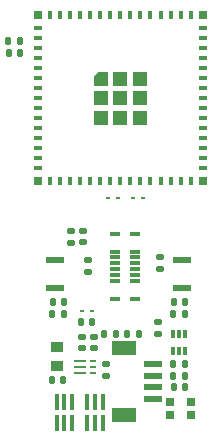
<source format=gbr>
%TF.GenerationSoftware,KiCad,Pcbnew,9.0.7-9.0.7~ubuntu22.04.1*%
%TF.CreationDate,2026-02-12T22:58:37-07:00*%
%TF.ProjectId,ESP32-S3-MINI-1U_UU,45535033-322d-4533-932d-4d494e492d31,rev?*%
%TF.SameCoordinates,Original*%
%TF.FileFunction,Paste,Top*%
%TF.FilePolarity,Positive*%
%FSLAX46Y46*%
G04 Gerber Fmt 4.6, Leading zero omitted, Abs format (unit mm)*
G04 Created by KiCad (PCBNEW 9.0.7-9.0.7~ubuntu22.04.1) date 2026-02-12 22:58:37*
%MOMM*%
%LPD*%
G01*
G04 APERTURE LIST*
G04 Aperture macros list*
%AMRoundRect*
0 Rectangle with rounded corners*
0 $1 Rounding radius*
0 $2 $3 $4 $5 $6 $7 $8 $9 X,Y pos of 4 corners*
0 Add a 4 corners polygon primitive as box body*
4,1,4,$2,$3,$4,$5,$6,$7,$8,$9,$2,$3,0*
0 Add four circle primitives for the rounded corners*
1,1,$1+$1,$2,$3*
1,1,$1+$1,$4,$5*
1,1,$1+$1,$6,$7*
1,1,$1+$1,$8,$9*
0 Add four rect primitives between the rounded corners*
20,1,$1+$1,$2,$3,$4,$5,0*
20,1,$1+$1,$4,$5,$6,$7,0*
20,1,$1+$1,$6,$7,$8,$9,0*
20,1,$1+$1,$8,$9,$2,$3,0*%
%AMOutline5P*
0 Free polygon, 5 corners , with rotation*
0 The origin of the aperture is its center*
0 number of corners: always 5*
0 $1 to $10 corner X, Y*
0 $11 Rotation angle, in degrees counterclockwise*
0 create outline with 5 corners*
4,1,5,$1,$2,$3,$4,$5,$6,$7,$8,$9,$10,$1,$2,$11*%
%AMOutline6P*
0 Free polygon, 6 corners , with rotation*
0 The origin of the aperture is its center*
0 number of corners: always 6*
0 $1 to $12 corner X, Y*
0 $13 Rotation angle, in degrees counterclockwise*
0 create outline with 6 corners*
4,1,6,$1,$2,$3,$4,$5,$6,$7,$8,$9,$10,$11,$12,$1,$2,$13*%
%AMOutline7P*
0 Free polygon, 7 corners , with rotation*
0 The origin of the aperture is its center*
0 number of corners: always 7*
0 $1 to $14 corner X, Y*
0 $15 Rotation angle, in degrees counterclockwise*
0 create outline with 7 corners*
4,1,7,$1,$2,$3,$4,$5,$6,$7,$8,$9,$10,$11,$12,$13,$14,$1,$2,$15*%
%AMOutline8P*
0 Free polygon, 8 corners , with rotation*
0 The origin of the aperture is its center*
0 number of corners: always 8*
0 $1 to $16 corner X, Y*
0 $17 Rotation angle, in degrees counterclockwise*
0 create outline with 8 corners*
4,1,8,$1,$2,$3,$4,$5,$6,$7,$8,$9,$10,$11,$12,$13,$14,$15,$16,$1,$2,$17*%
G04 Aperture macros list end*
%ADD10RoundRect,0.140000X-0.140000X-0.170000X0.140000X-0.170000X0.140000X0.170000X-0.140000X0.170000X0*%
%ADD11RoundRect,0.135000X0.135000X0.185000X-0.135000X0.185000X-0.135000X-0.185000X0.135000X-0.185000X0*%
%ADD12RoundRect,0.062500X-0.117500X-0.062500X0.117500X-0.062500X0.117500X0.062500X-0.117500X0.062500X0*%
%ADD13RoundRect,0.062500X0.117500X0.062500X-0.117500X0.062500X-0.117500X-0.062500X0.117500X-0.062500X0*%
%ADD14R,1.000000X0.900000*%
%ADD15RoundRect,0.140000X0.140000X0.170000X-0.140000X0.170000X-0.140000X-0.170000X0.140000X-0.170000X0*%
%ADD16R,0.700000X0.700000*%
%ADD17RoundRect,0.147500X0.147500X0.172500X-0.147500X0.172500X-0.147500X-0.172500X0.147500X-0.172500X0*%
%ADD18RoundRect,0.135000X-0.185000X0.135000X-0.185000X-0.135000X0.185000X-0.135000X0.185000X0.135000X0*%
%ADD19RoundRect,0.147500X0.172500X-0.147500X0.172500X0.147500X-0.172500X0.147500X-0.172500X-0.147500X0*%
%ADD20RoundRect,0.135000X-0.135000X-0.185000X0.135000X-0.185000X0.135000X0.185000X-0.135000X0.185000X0*%
%ADD21R,1.550000X0.600000*%
%ADD22R,2.000000X1.200000*%
%ADD23RoundRect,0.140000X0.170000X-0.140000X0.170000X0.140000X-0.170000X0.140000X-0.170000X-0.140000X0*%
%ADD24RoundRect,0.135000X0.185000X-0.135000X0.185000X0.135000X-0.185000X0.135000X-0.185000X-0.135000X0*%
%ADD25R,0.800000X0.400000*%
%ADD26R,0.400000X0.800000*%
%ADD27Outline5P,-0.600000X0.204000X-0.204000X0.600000X0.600000X0.600000X0.600000X-0.600000X-0.600000X-0.600000X0.000000*%
%ADD28R,1.200000X1.200000*%
%ADD29R,0.800000X0.800000*%
%ADD30RoundRect,0.100000X0.100000X-0.562500X0.100000X0.562500X-0.100000X0.562500X-0.100000X-0.562500X0*%
%ADD31R,1.650000X0.500000*%
%ADD32RoundRect,0.087500X0.087500X-0.250000X0.087500X0.250000X-0.087500X0.250000X-0.087500X-0.250000X0*%
%ADD33R,0.870000X0.300000*%
%ADD34R,0.600000X0.250000*%
%ADD35R,1.000000X0.200000*%
G04 APERTURE END LIST*
D10*
%TO.C,C11*%
X254380000Y-141300000D03*
X255340000Y-141300000D03*
%TD*%
D11*
%TO.C,R14*%
X255350000Y-139300000D03*
X254330000Y-139300000D03*
%TD*%
D12*
%TO.C,D7*%
X251760000Y-125300000D03*
X250920000Y-125300000D03*
%TD*%
D13*
%TO.C,D8*%
X248820000Y-125300000D03*
X249660000Y-125300000D03*
%TD*%
D14*
%TO.C,L1*%
X244500000Y-139500000D03*
X244500000Y-137900000D03*
%TD*%
D15*
%TO.C,C12*%
X255320000Y-134050000D03*
X254360000Y-134050000D03*
%TD*%
D16*
%TO.C,D6*%
X254010000Y-142565000D03*
X254010000Y-143665000D03*
X255840000Y-143665000D03*
X255840000Y-142565000D03*
%TD*%
D15*
%TO.C,C5*%
X244980000Y-140700000D03*
X244020000Y-140700000D03*
%TD*%
D17*
%TO.C,D4*%
X251385000Y-136800000D03*
X250415000Y-136800000D03*
%TD*%
D18*
%TO.C,R4*%
X253225000Y-130290000D03*
X253225000Y-131310000D03*
%TD*%
D19*
%TO.C,D5*%
X246640000Y-129020000D03*
X246640000Y-128050000D03*
%TD*%
D18*
%TO.C,R12*%
X245640000Y-128050000D03*
X245640000Y-129070000D03*
%TD*%
D20*
%TO.C,R13*%
X244080000Y-135050000D03*
X245100000Y-135050000D03*
%TD*%
D10*
%TO.C,C9*%
X246500000Y-135800000D03*
X247460000Y-135800000D03*
%TD*%
D21*
%TO.C,J3*%
X252601000Y-142300000D03*
X252601000Y-141300000D03*
X252601000Y-140300000D03*
X252601000Y-139300000D03*
D22*
X250176000Y-143600000D03*
X250176000Y-138000000D03*
%TD*%
D23*
%TO.C,C14*%
X253040000Y-136760000D03*
X253040000Y-135800000D03*
%TD*%
D11*
%TO.C,R16*%
X255350000Y-140300000D03*
X254330000Y-140300000D03*
%TD*%
D24*
%TO.C,R5*%
X247090000Y-131560000D03*
X247090000Y-130540000D03*
%TD*%
D12*
%TO.C,D1*%
X247475000Y-134800000D03*
X246635000Y-134800000D03*
%TD*%
D25*
%TO.C,U1*%
X242840000Y-110850000D03*
X242840000Y-111700000D03*
X242840000Y-112550000D03*
X242840000Y-113400000D03*
X242840000Y-114250000D03*
X242840000Y-115100000D03*
X242840000Y-115950000D03*
X242840000Y-116800000D03*
X242840000Y-117650000D03*
X242840000Y-118500000D03*
X242840000Y-119350000D03*
X242840000Y-120200000D03*
X242840000Y-121050000D03*
X242840000Y-121900000D03*
X242840000Y-122750000D03*
D26*
X243890000Y-123800000D03*
X244740000Y-123800000D03*
X245590000Y-123800000D03*
X246440000Y-123800000D03*
X247290000Y-123800000D03*
X248140000Y-123800000D03*
X248990000Y-123800000D03*
X249840000Y-123800000D03*
X250690000Y-123800000D03*
X251540000Y-123800000D03*
X252390000Y-123800000D03*
X253240000Y-123800000D03*
X254090000Y-123800000D03*
X254940000Y-123800000D03*
X255790000Y-123800000D03*
D25*
X256840000Y-122750000D03*
X256840000Y-121900000D03*
X256840000Y-121050000D03*
X256840000Y-120200000D03*
X256840000Y-119350000D03*
X256840000Y-118500000D03*
X256840000Y-117650000D03*
X256840000Y-116800000D03*
X256840000Y-115950000D03*
X256840000Y-115100000D03*
X256840000Y-114250000D03*
X256840000Y-113400000D03*
X256840000Y-112550000D03*
X256840000Y-111700000D03*
X256840000Y-110850000D03*
D26*
X255790000Y-109800000D03*
X254940000Y-109800000D03*
X254090000Y-109800000D03*
X253240000Y-109800000D03*
X252390000Y-109800000D03*
X251540000Y-109800000D03*
X250690000Y-109800000D03*
X249840000Y-109800000D03*
X248990000Y-109800000D03*
X248140000Y-109800000D03*
X247290000Y-109800000D03*
X246440000Y-109800000D03*
X245590000Y-109800000D03*
X244740000Y-109800000D03*
X243890000Y-109800000D03*
D27*
X248190000Y-115150000D03*
D28*
X248190000Y-116800000D03*
X248190000Y-118450000D03*
X249840000Y-115150000D03*
X249840000Y-116800000D03*
X249840000Y-118450000D03*
X251490000Y-115150000D03*
X251490000Y-116800000D03*
X251490000Y-118450000D03*
D29*
X242840000Y-109800000D03*
X242840000Y-123800000D03*
X256840000Y-123800000D03*
X256840000Y-109800000D03*
%TD*%
D15*
%TO.C,C4*%
X241340000Y-113000000D03*
X240380000Y-113000000D03*
%TD*%
D18*
%TO.C,R1*%
X248600000Y-139290000D03*
X248600000Y-140310000D03*
%TD*%
D30*
%TO.C,U3*%
X247050000Y-144287500D03*
X247700000Y-144287500D03*
X248350000Y-144287500D03*
X248350000Y-142512500D03*
X247700000Y-142512500D03*
X247050000Y-142512500D03*
%TD*%
D23*
%TO.C,C1*%
X246600000Y-137980000D03*
X246600000Y-137020000D03*
%TD*%
D30*
%TO.C,U2*%
X244450000Y-144287500D03*
X245100000Y-144287500D03*
X245750000Y-144287500D03*
X245750000Y-142512500D03*
X245100000Y-142512500D03*
X244450000Y-142512500D03*
%TD*%
D31*
%TO.C,S1*%
X244340000Y-130550000D03*
X244340000Y-132850000D03*
%TD*%
D10*
%TO.C,C10*%
X244110000Y-134050000D03*
X245070000Y-134050000D03*
%TD*%
D20*
%TO.C,R11*%
X248480000Y-136800000D03*
X249500000Y-136800000D03*
%TD*%
D32*
%TO.C,U4*%
X254340000Y-138212500D03*
X254840000Y-138212500D03*
X255340000Y-138212500D03*
X255340000Y-136787500D03*
X254840000Y-136787500D03*
X254340000Y-136787500D03*
%TD*%
D20*
%TO.C,R17*%
X254330000Y-135050000D03*
X255350000Y-135050000D03*
%TD*%
D15*
%TO.C,C3*%
X241320000Y-112000000D03*
X240360000Y-112000000D03*
%TD*%
D23*
%TO.C,C2*%
X247600000Y-137980000D03*
X247600000Y-137020000D03*
%TD*%
D33*
%TO.C,J2*%
X249360000Y-133800000D03*
X249360000Y-132300000D03*
X249360000Y-131800000D03*
X249360000Y-131300000D03*
X249360000Y-130800000D03*
X249360000Y-130300000D03*
X249360000Y-129800000D03*
X249360000Y-128300000D03*
X251090000Y-128300000D03*
X251090000Y-129800000D03*
X251090000Y-130300000D03*
X251090000Y-130800000D03*
X251090000Y-131300000D03*
X251090000Y-131800000D03*
X251090000Y-132300000D03*
X251090000Y-133800000D03*
%TD*%
D31*
%TO.C,S2*%
X255090000Y-130550000D03*
X255090000Y-132850000D03*
%TD*%
D34*
%TO.C,IC1*%
X247500000Y-140100000D03*
X247500000Y-139600000D03*
X247500000Y-139100000D03*
D35*
X246400000Y-139100000D03*
X246400000Y-139600000D03*
X246400000Y-140100000D03*
%TD*%
M02*

</source>
